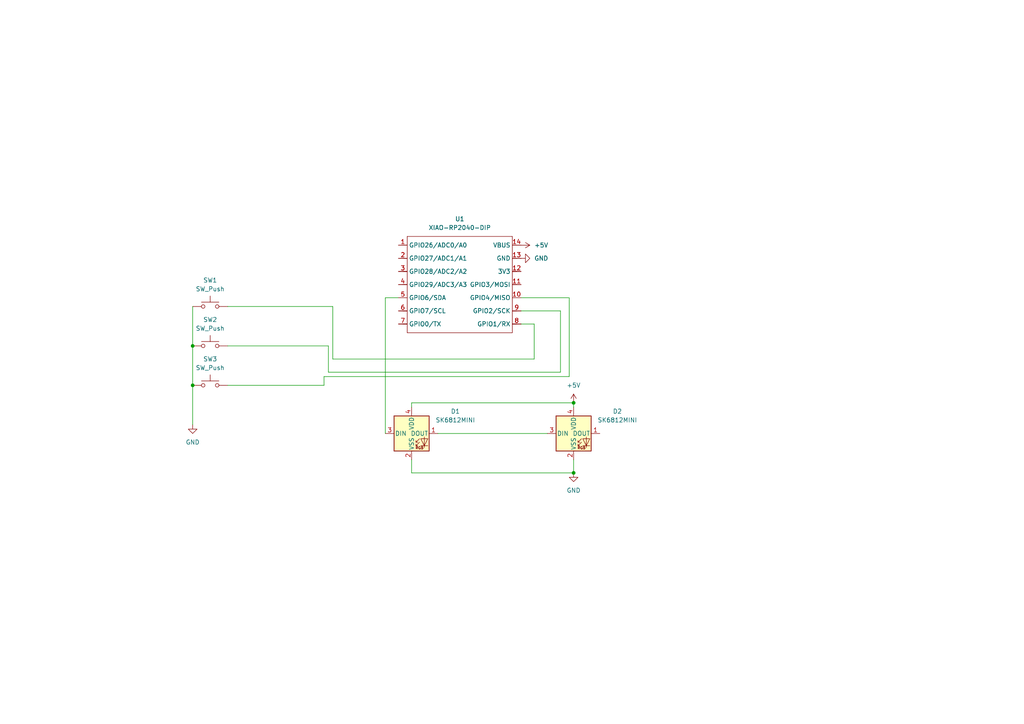
<source format=kicad_sch>
(kicad_sch (version 20250114) (generator "eeschema") (generator_version "9.0")
  (paper "A4")
  (lib_symbols
    (symbol "LED:SK6812MINI" (pin_names (offset 0.254))
      (property "Reference" "D" (at 5.08 5.715 0))
      (property "Value" "SK6812MINI" (at 1.27 -5.715 0))
      (symbol "SK6812MINI_0_0"
        (text "RGB" (at 2.286 -4.191 0) (effects (font (size 0.762 0.762))))
      )
      (symbol "SK6812MINI_0_1"
        (polyline (pts (xy 1.27 -2.54) (xy 1.778 -2.54)))
        (polyline (pts (xy 1.27 -3.556) (xy 1.778 -3.556)))
        (polyline (pts (xy 2.286 -1.524) (xy 1.27 -2.54) (xy 1.27 -2.032)))
        (polyline (pts (xy 2.286 -2.54) (xy 1.27 -3.556) (xy 1.27 -3.048)))
        (polyline (pts (xy 3.683 -1.016) (xy 3.683 -3.556) (xy 3.683 -4.064)))
        (polyline (pts (xy 4.699 -1.524) (xy 2.667 -1.524) (xy 3.683 -3.556) (xy 4.699 -1.524)))
        (polyline (pts (xy 4.699 -3.556) (xy 2.667 -3.556)))
        (rectangle (start 5.08 5.08) (end -5.08 -5.08) (stroke (width 0.254)) (fill (type background)))
      )
      (symbol "SK6812MINI_1_1"
        (pin input line (at -7.62 0 0) (length 2.54) (name "DIN") (number "3"))
        (pin power_in line (at 0 7.62 270) (length 2.54) (name "VDD") (number "4"))
        (pin power_in line (at 0 -7.62 90) (length 2.54) (name "VSS") (number "2"))
        (pin output line (at 7.62 0 180) (length 2.54) (name "DOUT") (number "1"))
      )
    )
    (symbol "OPL:XIAO-RP2040-DIP"
      (property "Reference" "U" (at 0 0 0))
      (property "Value" "XIAO-RP2040-DIP" (at 5.334 -1.778 0))
      (symbol "XIAO-RP2040-DIP_1_0"
        (polyline (pts (xy -1.27 -2.54) (xy 29.21 -2.54)) (stroke (width 0.1524)))
        (polyline (pts (xy -1.27 -5.08) (xy -2.54 -5.08)) (stroke (width 0.1524)))
        (polyline (pts (xy -1.27 -5.08) (xy -1.27 -2.54)) (stroke (width 0.1524)))
        (polyline (pts (xy -1.27 -8.89) (xy -2.54 -8.89)) (stroke (width 0.1524)))
        (polyline (pts (xy -1.27 -8.89) (xy -1.27 -5.08)) (stroke (width 0.1524)))
        (polyline (pts (xy -1.27 -12.7) (xy -2.54 -12.7)) (stroke (width 0.1524)))
        (polyline (pts (xy -1.27 -12.7) (xy -1.27 -8.89)) (stroke (width 0.1524)))
        (polyline (pts (xy -1.27 -16.51) (xy -2.54 -16.51)) (stroke (width 0.1524)))
        (polyline (pts (xy -1.27 -16.51) (xy -1.27 -12.7)) (stroke (width 0.1524)))
        (polyline (pts (xy -1.27 -20.32) (xy -2.54 -20.32)) (stroke (width 0.1524)))
        (polyline (pts (xy -1.27 -24.13) (xy -2.54 -24.13)) (stroke (width 0.1524)))
        (polyline (pts (xy -1.27 -27.94) (xy -2.54 -27.94)) (stroke (width 0.1524)))
        (polyline (pts (xy -1.27 -30.48) (xy -1.27 -16.51)) (stroke (width 0.1524)))
        (polyline (pts (xy 29.21 -2.54) (xy 29.21 -5.08)) (stroke (width 0.1524)))
        (polyline (pts (xy 29.21 -5.08) (xy 29.21 -8.89)) (stroke (width 0.1524)))
        (polyline (pts (xy 29.21 -8.89) (xy 29.21 -12.7)) (stroke (width 0.1524)))
        (polyline (pts (xy 29.21 -12.7) (xy 29.21 -30.48)) (stroke (width 0.1524)))
        (polyline (pts (xy 29.21 -30.48) (xy -1.27 -30.48)) (stroke (width 0.1524)))
        (polyline (pts (xy 30.48 -5.08) (xy 29.21 -5.08)) (stroke (width 0.1524)))
        (polyline (pts (xy 30.48 -8.89) (xy 29.21 -8.89)) (stroke (width 0.1524)))
        (polyline (pts (xy 30.48 -12.7) (xy 29.21 -12.7)) (stroke (width 0.1524)))
        (polyline (pts (xy 30.48 -16.51) (xy 29.21 -16.51)) (stroke (width 0.1524)))
        (polyline (pts (xy 30.48 -20.32) (xy 29.21 -20.32)) (stroke (width 0.1524)))
        (polyline (pts (xy 30.48 -24.13) (xy 29.21 -24.13)) (stroke (width 0.1524)))
        (polyline (pts (xy 30.48 -27.94) (xy 29.21 -27.94)) (stroke (width 0.1524)))
        (pin passive line (at -3.81 -5.08 0) (length 2.54) (name "GPIO26/ADC0/A0") (number "1"))
        (pin passive line (at -3.81 -8.89 0) (length 2.54) (name "GPIO27/ADC1/A1") (number "2"))
        (pin passive line (at -3.81 -12.7 0) (length 2.54) (name "GPIO28/ADC2/A2") (number "3"))
        (pin passive line (at -3.81 -16.51 0) (length 2.54) (name "GPIO29/ADC3/A3") (number "4"))
        (pin passive line (at -3.81 -20.32 0) (length 2.54) (name "GPIO6/SDA") (number "5"))
        (pin passive line (at -3.81 -24.13 0) (length 2.54) (name "GPIO7/SCL") (number "6"))
        (pin passive line (at -3.81 -27.94 0) (length 2.54) (name "GPIO0/TX") (number "7"))
        (pin passive line (at 31.75 -5.08 180) (length 2.54) (name "VBUS") (number "14"))
        (pin passive line (at 31.75 -8.89 180) (length 2.54) (name "GND") (number "13"))
        (pin passive line (at 31.75 -12.7 180) (length 2.54) (name "3V3") (number "12"))
        (pin passive line (at 31.75 -16.51 180) (length 2.54) (name "GPIO3/MOSI") (number "11"))
        (pin passive line (at 31.75 -20.32 180) (length 2.54) (name "GPIO4/MISO") (number "10"))
        (pin passive line (at 31.75 -24.13 180) (length 2.54) (name "GPIO2/SCK") (number "9"))
        (pin passive line (at 31.75 -27.94 180) (length 2.54) (name "GPIO1/RX") (number "8"))
      )
    )
    (symbol "Switch:SW_Push" (pin_numbers (hide yes)) (pin_names (offset 1.016) (hide yes))
      (property "Reference" "SW" (at 1.27 2.54 0))
      (property "Value" "SW_Push" (at 0 -1.524 0))
      (symbol "SW_Push_0_1"
        (circle (center -2.032 0) (radius 0.508))
        (polyline (pts (xy 0 1.27) (xy 0 3.048)))
        (circle (center 2.032 0) (radius 0.508))
        (polyline (pts (xy 2.54 1.27) (xy -2.54 1.27)))
        (pin passive line (at -5.08 0 0) (length 2.54) (name "1") (number "1"))
        (pin passive line (at 5.08 0 180) (length 2.54) (name "2") (number "2"))
      )
    )
    (symbol "power:+5V" (power) (pin_numbers (hide yes)) (pin_names (offset 0) (hide yes))
      (property "Value" "+5V" (at 0 3.556 0))
      (symbol "+5V_0_1"
        (polyline (pts (xy -0.762 1.27) (xy 0 2.54)))
        (polyline (pts (xy 0 2.54) (xy 0.762 1.27)))
        (polyline (pts (xy 0 0) (xy 0 2.54)))
      )
      (symbol "+5V_1_1"
        (pin power_in line (at 0 0 90) (length 0) (name "~") (number "1"))
      )
    )
    (symbol "power:GND" (power) (pin_numbers (hide yes)) (pin_names (offset 0) (hide yes))
      (property "Value" "GND" (at 0 -3.81 0))
      (symbol "GND_0_1"
        (polyline (pts (xy 0 0) (xy 0 -1.27) (xy 1.27 -1.27) (xy 0 -2.54) (xy -1.27 -1.27) (xy 0 -1.27)))
      )
      (symbol "GND_1_1"
        (pin power_in line (at 0 0 270) (length 0) (name "~") (number "1"))
      )
    )
  )
  (junction (at 166.37 116.84))
  (junction (at 166.37 137.16))
  (junction (at 55.88 111.76))
  (junction (at 55.88 100.33))
  (wire (pts (xy 66.04 88.9) (xy 96.52 88.9)))
  (wire (pts (xy 154.94 104.14) (xy 154.94 93.98)))
  (wire (pts (xy 119.38 137.16) (xy 119.38 133.35)))
  (wire (pts (xy 127 125.73) (xy 158.75 125.73)))
  (wire (pts (xy 93.98 109.22) (xy 165.1 109.22)))
  (wire (pts (xy 95.25 100.33) (xy 95.25 107.95)))
  (wire (pts (xy 166.37 116.84) (xy 166.37 118.11)))
  (wire (pts (xy 55.88 111.76) (xy 55.88 123.19)))
  (wire (pts (xy 55.88 100.33) (xy 55.88 111.76)))
  (wire (pts (xy 95.25 107.95) (xy 162.56 107.95)))
  (wire (pts (xy 96.52 88.9) (xy 96.52 104.14)))
  (wire (pts (xy 111.76 86.36) (xy 115.57 86.36)))
  (wire (pts (xy 119.38 137.16) (xy 166.37 137.16)))
  (wire (pts (xy 55.88 88.9) (xy 55.88 100.33)))
  (wire (pts (xy 93.98 111.76) (xy 93.98 109.22)))
  (wire (pts (xy 165.1 109.22) (xy 165.1 86.36)))
  (wire (pts (xy 151.13 86.36) (xy 165.1 86.36)))
  (wire (pts (xy 162.56 107.95) (xy 162.56 90.17)))
  (wire (pts (xy 119.38 118.11) (xy 119.38 116.84)))
  (wire (pts (xy 111.76 125.73) (xy 111.76 86.36)))
  (wire (pts (xy 66.04 111.76) (xy 93.98 111.76)))
  (wire (pts (xy 162.56 90.17) (xy 151.13 90.17)))
  (wire (pts (xy 96.52 104.14) (xy 154.94 104.14)))
  (wire (pts (xy 154.94 93.98) (xy 151.13 93.98)))
  (wire (pts (xy 66.04 100.33) (xy 95.25 100.33)))
  (wire (pts (xy 119.38 116.84) (xy 166.37 116.84)))
  (wire (pts (xy 166.37 137.16) (xy 166.37 133.35)))
  (symbol (lib_id "power:GND") (at 55.88 123.19 0) (unit 1)
    (property "Reference" "#PWR02" (effects (hide yes)))
    (property "Value" "GND" (at 55.88 128.27 0))
    (property "Description" "Power symbol creates a global label with name \"GND\" , ground" (effects (hide yes)))
  )
  (symbol (lib_id "Switch:SW_Push") (at 60.96 111.76 0) (unit 1)
    (property "Reference" "SW3" (at 60.96 104.14 0))
    (property "Value" "SW_Push" (at 60.96 106.68 0))
    (property "Footprint" "Button_Switch_Keyboard:SW_Cherry_MX_1.00u_PCB" (effects (hide yes)))
    (property "Description" "Push button switch, generic, two pins" (effects (hide yes)))
  )
  (symbol (lib_id "power:GND") (at 151.13 74.93 90) (unit 1)
    (property "Reference" "#PWR03" (effects (hide yes)))
    (property "Value" "GND" (at 154.94 74.9299 90) (effects (justify right)))
    (property "Description" "Power symbol creates a global label with name \"GND\" , ground" (effects (hide yes)))
  )
  (symbol (lib_id "power:+5V") (at 166.37 116.84 0) (unit 1)
    (property "Reference" "#PWR05" (effects (hide yes)))
    (property "Value" "+5V" (at 166.37 111.76 0))
    (property "Description" "Power symbol creates a global label with name \"+5V\"" (effects (hide yes)))
  )
  (symbol (lib_id "power:GND") (at 166.37 137.16 0) (unit 1)
    (property "Reference" "#PWR01" (effects (hide yes)))
    (property "Value" "GND" (at 166.37 142.24 0))
    (property "Description" "Power symbol creates a global label with name \"GND\" , ground" (effects (hide yes)))
  )
  (symbol (lib_id "Switch:SW_Push") (at 60.96 88.9 0) (unit 1)
    (property "Reference" "SW1" (at 60.96 81.28 0))
    (property "Value" "SW_Push" (at 60.96 83.82 0))
    (property "Footprint" "Button_Switch_Keyboard:SW_Cherry_MX_1.00u_PCB" (effects (hide yes)))
    (property "Description" "Push button switch, generic, two pins" (effects (hide yes)))
  )
  (symbol (lib_id "LED:SK6812MINI") (at 119.38 125.73 0) (unit 1)
    (property "Reference" "D1" (at 132.08 119.3098 0))
    (property "Value" "SK6812MINI" (at 132.08 121.8498 0))
    (property "Footprint" "LED_SMD:LED_SK6812MINI_PLCC4_3.5x3.5mm_P1.75mm" (effects (hide yes)))
    (property "Datasheet" "https://cdn-shop.adafruit.com/product-files/2686/SK6812MINI_REV.01-1-2.pdf" (effects (hide yes)))
    (property "Description" "RGB LED with integrated controller" (effects (hide yes)))
  )
  (symbol (lib_id "OPL:XIAO-RP2040-DIP") (at 119.38 66.04 0) (unit 1)
    (property "Reference" "U1" (at 133.35 63.5 0))
    (property "Value" "XIAO-RP2040-DIP" (at 133.35 66.04 0))
    (property "Footprint" "OPL:XIAO-RP2040-DIP" (effects (hide yes)))
  )
  (symbol (lib_id "LED:SK6812MINI") (at 166.37 125.73 0) (unit 1)
    (property "Reference" "D2" (at 179.07 119.3098 0))
    (property "Value" "SK6812MINI" (at 179.07 121.8498 0))
    (property "Footprint" "LED_SMD:LED_SK6812MINI_PLCC4_3.5x3.5mm_P1.75mm" (effects (hide yes)))
    (property "Datasheet" "https://cdn-shop.adafruit.com/product-files/2686/SK6812MINI_REV.01-1-2.pdf" (effects (hide yes)))
    (property "Description" "RGB LED with integrated controller" (effects (hide yes)))
  )
  (symbol (lib_id "power:+5V") (at 151.13 71.12 270) (unit 1)
    (property "Reference" "#PWR04" (effects (hide yes)))
    (property "Value" "+5V" (at 154.94 71.1199 90) (effects (justify left)))
    (property "Description" "Power symbol creates a global label with name \"+5V\"" (effects (hide yes)))
  )
  (symbol (lib_id "Switch:SW_Push") (at 60.96 100.33 0) (unit 1)
    (property "Reference" "SW2" (at 60.96 92.71 0))
    (property "Value" "SW_Push" (at 60.96 95.25 0))
    (property "Footprint" "Button_Switch_Keyboard:SW_Cherry_MX_1.00u_PCB" (effects (hide yes)))
    (property "Description" "Push button switch, generic, two pins" (effects (hide yes)))
  )
)
</source>
